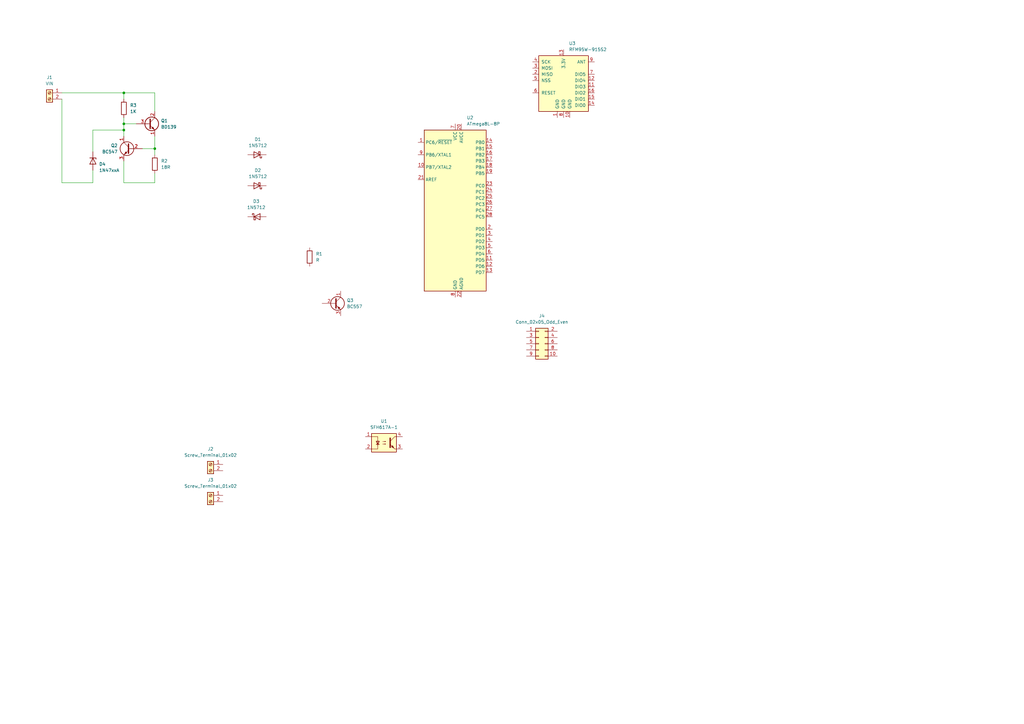
<source format=kicad_sch>
(kicad_sch (version 20231120) (generator "eeschema") (generator_version "8.0")
  (paper "A3")
  (lib_symbols
    (symbol "Connector:Screw_Terminal_01x02" (pin_names (offset 1.016) hide)
      (property "Reference" "J" (at 0 2.54 0))
      (property "Value" "Screw_Terminal_01x02" (at 0 -5.08 0))
      (symbol "Screw_Terminal_01x02_1_1"
        (rectangle (start -1.27 1.27) (end 1.27 -3.81) (stroke (width 0.254)) (fill (type background)))
        (circle (center 0 -2.54) (radius 0.635) (stroke (width 0.1524)))
        (polyline (pts (xy -0.5334 -2.2098) (xy 0.3302 -3.048)) (stroke (width 0.1524)))
        (polyline (pts (xy -0.5334 0.3302) (xy 0.3302 -0.508)) (stroke (width 0.1524)))
        (polyline (pts (xy -0.3556 -2.032) (xy 0.508 -2.8702)) (stroke (width 0.1524)))
        (polyline (pts (xy -0.3556 0.508) (xy 0.508 -0.3302)) (stroke (width 0.1524)))
        (circle (center 0 0) (radius 0.635) (stroke (width 0.1524)))
        (pin passive line (at -5.08 0 0) (length 3.81) (name "Pin_1") (number "1"))
        (pin passive line (at -5.08 -2.54 0) (length 3.81) (name "Pin_2") (number "2"))
      )
    )
    (symbol "Connector_Generic:Conn_02x05_Odd_Even" (pin_names (offset 1.016) hide)
      (property "Reference" "J" (at 1.27 7.62 0))
      (property "Value" "Conn_02x05_Odd_Even" (at 1.27 -7.62 0))
      (symbol "Conn_02x05_Odd_Even_1_1"
        (rectangle (start -1.27 -4.953) (end 0 -5.207) (stroke (width 0.1524)))
        (rectangle (start -1.27 -2.413) (end 0 -2.667) (stroke (width 0.1524)))
        (rectangle (start -1.27 0.127) (end 0 -0.127) (stroke (width 0.1524)))
        (rectangle (start -1.27 2.667) (end 0 2.413) (stroke (width 0.1524)))
        (rectangle (start -1.27 5.207) (end 0 4.953) (stroke (width 0.1524)))
        (rectangle (start -1.27 6.35) (end 3.81 -6.35) (stroke (width 0.254)) (fill (type background)))
        (rectangle (start 3.81 -4.953) (end 2.54 -5.207) (stroke (width 0.1524)))
        (rectangle (start 3.81 -2.413) (end 2.54 -2.667) (stroke (width 0.1524)))
        (rectangle (start 3.81 0.127) (end 2.54 -0.127) (stroke (width 0.1524)))
        (rectangle (start 3.81 2.667) (end 2.54 2.413) (stroke (width 0.1524)))
        (rectangle (start 3.81 5.207) (end 2.54 4.953) (stroke (width 0.1524)))
        (pin passive line (at -5.08 5.08 0) (length 3.81) (name "Pin_1") (number "1"))
        (pin passive line (at 7.62 -5.08 180) (length 3.81) (name "Pin_10") (number "10"))
        (pin passive line (at 7.62 5.08 180) (length 3.81) (name "Pin_2") (number "2"))
        (pin passive line (at -5.08 2.54 0) (length 3.81) (name "Pin_3") (number "3"))
        (pin passive line (at 7.62 2.54 180) (length 3.81) (name "Pin_4") (number "4"))
        (pin passive line (at -5.08 0 0) (length 3.81) (name "Pin_5") (number "5"))
        (pin passive line (at 7.62 0 180) (length 3.81) (name "Pin_6") (number "6"))
        (pin passive line (at -5.08 -2.54 0) (length 3.81) (name "Pin_7") (number "7"))
        (pin passive line (at 7.62 -2.54 180) (length 3.81) (name "Pin_8") (number "8"))
        (pin passive line (at -5.08 -5.08 0) (length 3.81) (name "Pin_9") (number "9"))
      )
    )
    (symbol "Device:R" (pin_numbers hide) (pin_names (offset 0))
      (property "Reference" "R" (at 2.032 0 90))
      (property "Value" "R" (at 0 0 90))
      (symbol "R_0_1"
        (rectangle (start -1.016 -2.54) (end 1.016 2.54) (stroke (width 0.254)))
      )
      (symbol "R_1_1"
        (pin passive line (at 0 3.81 270) (length 1.27) (name "~") (number "1"))
        (pin passive line (at 0 -3.81 90) (length 1.27) (name "~") (number "2"))
      )
    )
    (symbol "Diode:1N47xxA" (pin_numbers hide) (pin_names hide)
      (property "Reference" "D" (at 0 2.54 0))
      (property "Value" "1N47xxA" (at 0 -2.54 0))
      (symbol "1N47xxA_0_1"
        (polyline (pts (xy 1.27 0) (xy -1.27 0)))
        (polyline (pts (xy -1.27 -1.27) (xy -1.27 1.27) (xy -0.762 1.27)) (stroke (width 0.254)))
        (polyline (pts (xy 1.27 -1.27) (xy 1.27 1.27) (xy -1.27 0) (xy 1.27 -1.27)) (stroke (width 0.254)))
      )
      (symbol "1N47xxA_1_1"
        (pin passive line (at -3.81 0 0) (length 2.54) (name "K") (number "1"))
        (pin passive line (at 3.81 0 180) (length 2.54) (name "A") (number "2"))
      )
    )
    (symbol "Diode:1N5712" (pin_numbers hide) (pin_names (offset 1.016) hide)
      (property "Reference" "D" (at 0 2.54 0))
      (property "Value" "1N5712" (at 0 -2.54 0))
      (symbol "1N5712_0_1"
        (polyline (pts (xy 1.27 0) (xy -1.27 0)))
        (polyline (pts (xy 1.27 1.27) (xy 1.27 -1.27) (xy -1.27 0) (xy 1.27 1.27)) (stroke (width 0.254)))
        (polyline (pts (xy -1.905 0.635) (xy -1.905 1.27) (xy -1.27 1.27) (xy -1.27 -1.27) (xy -0.635 -1.27) (xy -0.635 -0.635)) (stroke (width 0.254)))
      )
      (symbol "1N5712_1_1"
        (pin passive line (at -3.81 0 0) (length 2.54) (name "K") (number "1"))
        (pin passive line (at 3.81 0 180) (length 2.54) (name "A") (number "2"))
      )
    )
    (symbol "Isolator:SFH617A-1" (pin_names (offset 1.016))
      (property "Reference" "U" (at -5.08 5.08 0))
      (property "Value" "SFH617A-1" (at 0 5.08 0))
      (symbol "SFH617A-1_0_1"
        (rectangle (start -5.08 3.81) (end 5.08 -3.81) (stroke (width 0.254)) (fill (type background)))
        (polyline (pts (xy -3.175 -0.635) (xy -1.905 -0.635)) (stroke (width 0.254)))
        (polyline (pts (xy 2.54 0.635) (xy 4.445 2.54)))
        (polyline (pts (xy 4.445 -2.54) (xy 2.54 -0.635)) (fill (type outline)))
        (polyline (pts (xy 4.445 -2.54) (xy 5.08 -2.54)))
        (polyline (pts (xy 4.445 2.54) (xy 5.08 2.54)))
        (polyline (pts (xy -2.54 -0.635) (xy -2.54 -2.54) (xy -5.08 -2.54)))
        (polyline (pts (xy 2.54 1.905) (xy 2.54 -1.905) (xy 2.54 -1.905)) (stroke (width 0.508)))
        (polyline (pts (xy -5.08 2.54) (xy -2.54 2.54) (xy -2.54 -1.27) (xy -2.54 0.635)))
        (polyline (pts (xy -2.54 -0.635) (xy -3.175 0.635) (xy -1.905 0.635) (xy -2.54 -0.635)) (stroke (width 0.254)))
        (polyline (pts (xy -0.508 -0.508) (xy 0.762 -0.508) (xy 0.381 -0.635) (xy 0.381 -0.381) (xy 0.762 -0.508)))
        (polyline (pts (xy -0.508 0.508) (xy 0.762 0.508) (xy 0.381 0.381) (xy 0.381 0.635) (xy 0.762 0.508)))
        (polyline (pts (xy 3.048 -1.651) (xy 3.556 -1.143) (xy 4.064 -2.159) (xy 3.048 -1.651) (xy 3.048 -1.651)) (fill (type outline)))
      )
      (symbol "SFH617A-1_1_1"
        (pin passive line (at -7.62 2.54 0) (length 2.54) (name "~") (number "1"))
        (pin passive line (at -7.62 -2.54 0) (length 2.54) (name "~") (number "2"))
        (pin passive line (at 7.62 -2.54 180) (length 2.54) (name "~") (number "3"))
        (pin passive line (at 7.62 2.54 180) (length 2.54) (name "~") (number "4"))
      )
    )
    (symbol "MCU_Microchip_ATmega:ATmega8L-8P"
      (property "Reference" "U" (at -12.7 34.29 0))
      (property "Value" "ATmega8L-8P" (at 5.08 -34.29 0))
      (symbol "ATmega8L-8P_0_1"
        (rectangle (start -12.7 -33.02) (end 12.7 33.02) (stroke (width 0.254)) (fill (type background)))
      )
      (symbol "ATmega8L-8P_1_1"
        (pin bidirectional line (at -15.24 27.94 0) (length 2.54) (name "PC6/~{RESET}") (number "1"))
        (pin bidirectional line (at -15.24 17.78 0) (length 2.54) (name "PB7/XTAL2") (number "10"))
        (pin bidirectional line (at 15.24 -20.32 180) (length 2.54) (name "PD5") (number "11"))
        (pin bidirectional line (at 15.24 -22.86 180) (length 2.54) (name "PD6") (number "12"))
        (pin bidirectional line (at 15.24 -25.4 180) (length 2.54) (name "PD7") (number "13"))
        (pin bidirectional line (at 15.24 27.94 180) (length 2.54) (name "PB0") (number "14"))
        (pin bidirectional line (at 15.24 25.4 180) (length 2.54) (name "PB1") (number "15"))
        (pin bidirectional line (at 15.24 22.86 180) (length 2.54) (name "PB2") (number "16"))
        (pin bidirectional line (at 15.24 20.32 180) (length 2.54) (name "PB3") (number "17"))
        (pin bidirectional line (at 15.24 17.78 180) (length 2.54) (name "PB4") (number "18"))
        (pin bidirectional line (at 15.24 15.24 180) (length 2.54) (name "PB5") (number "19"))
        (pin bidirectional line (at 15.24 -7.62 180) (length 2.54) (name "PD0") (number "2"))
        (pin power_in line (at 2.54 35.56 270) (length 2.54) (name "AVCC") (number "20"))
        (pin passive line (at -15.24 12.7 0) (length 2.54) (name "AREF") (number "21"))
        (pin power_in line (at 2.54 -35.56 90) (length 2.54) (name "AGND") (number "22"))
        (pin bidirectional line (at 15.24 10.16 180) (length 2.54) (name "PC0") (number "23"))
        (pin bidirectional line (at 15.24 7.62 180) (length 2.54) (name "PC1") (number "24"))
        (pin bidirectional line (at 15.24 5.08 180) (length 2.54) (name "PC2") (number "25"))
        (pin bidirectional line (at 15.24 2.54 180) (length 2.54) (name "PC3") (number "26"))
        (pin bidirectional line (at 15.24 0 180) (length 2.54) (name "PC4") (number "27"))
        (pin bidirectional line (at 15.24 -2.54 180) (length 2.54) (name "PC5") (number "28"))
        (pin bidirectional line (at 15.24 -10.16 180) (length 2.54) (name "PD1") (number "3"))
        (pin bidirectional line (at 15.24 -12.7 180) (length 2.54) (name "PD2") (number "4"))
        (pin bidirectional line (at 15.24 -15.24 180) (length 2.54) (name "PD3") (number "5"))
        (pin bidirectional line (at 15.24 -17.78 180) (length 2.54) (name "PD4") (number "6"))
        (pin power_in line (at 0 35.56 270) (length 2.54) (name "VCC") (number "7"))
        (pin power_in line (at 0 -35.56 90) (length 2.54) (name "GND") (number "8"))
        (pin bidirectional line (at -15.24 22.86 0) (length 2.54) (name "PB6/XTAL1") (number "9"))
      )
    )
    (symbol "RF_Module:RFM95W-915S2" (pin_names (offset 1.016))
      (property "Reference" "U" (at -10.414 11.684 0))
      (property "Value" "RFM95W-915S2" (at 1.524 11.43 0))
      (symbol "RFM95W-915S2_0_1"
        (rectangle (start -10.16 10.16) (end 10.16 -12.7) (stroke (width 0.254)) (fill (type background)))
      )
      (symbol "RFM95W-915S2_1_1"
        (pin power_in line (at -2.54 -15.24 90) (length 2.54) (name "GND") (number "1"))
        (pin power_in line (at 2.54 -15.24 90) (length 2.54) (name "GND") (number "10"))
        (pin bidirectional line (at 12.7 -2.54 180) (length 2.54) (name "DIO3") (number "11"))
        (pin bidirectional line (at 12.7 0 180) (length 2.54) (name "DIO4") (number "12"))
        (pin power_in line (at 0 12.7 270) (length 2.54) (name "3.3V") (number "13"))
        (pin bidirectional line (at 12.7 -10.16 180) (length 2.54) (name "DIO0") (number "14"))
        (pin bidirectional line (at 12.7 -7.62 180) (length 2.54) (name "DIO1") (number "15"))
        (pin bidirectional line (at 12.7 -5.08 180) (length 2.54) (name "DIO2") (number "16"))
        (pin output line (at -12.7 2.54 0) (length 2.54) (name "MISO") (number "2"))
        (pin input line (at -12.7 5.08 0) (length 2.54) (name "MOSI") (number "3"))
        (pin input line (at -12.7 7.62 0) (length 2.54) (name "SCK") (number "4"))
        (pin input line (at -12.7 0 0) (length 2.54) (name "NSS") (number "5"))
        (pin bidirectional line (at -12.7 -5.08 0) (length 2.54) (name "RESET") (number "6"))
        (pin bidirectional line (at 12.7 2.54 180) (length 2.54) (name "DIO5") (number "7"))
        (pin power_in line (at 0 -15.24 90) (length 2.54) (name "GND") (number "8"))
        (pin bidirectional line (at 12.7 7.62 180) (length 2.54) (name "ANT") (number "9"))
      )
    )
    (symbol "Transistor_BJT:BC547" (pin_names (offset 0) hide)
      (property "Reference" "Q" (at 5.08 1.905 0))
      (property "Value" "BC547" (at 5.08 0 0))
      (symbol "BC547_0_1"
        (polyline (pts (xy 0 0) (xy 0.635 0)))
        (polyline (pts (xy 0.635 0.635) (xy 2.54 2.54)))
        (polyline (pts (xy 0.635 -0.635) (xy 2.54 -2.54) (xy 2.54 -2.54)))
        (polyline (pts (xy 0.635 1.905) (xy 0.635 -1.905) (xy 0.635 -1.905)) (stroke (width 0.508)))
        (polyline (pts (xy 1.27 -1.778) (xy 1.778 -1.27) (xy 2.286 -2.286) (xy 1.27 -1.778) (xy 1.27 -1.778)) (fill (type outline)))
        (circle (center 1.27 0) (radius 2.8194) (stroke (width 0.254)))
      )
      (symbol "BC547_1_1"
        (pin passive line (at 2.54 5.08 270) (length 2.54) (name "C") (number "1"))
        (pin input line (at -5.08 0 0) (length 5.08) (name "B") (number "2"))
        (pin passive line (at 2.54 -5.08 90) (length 2.54) (name "E") (number "3"))
      )
    )
    (symbol "Transistor_BJT:BC557" (pin_names (offset 0) hide)
      (property "Reference" "Q" (at 5.08 1.905 0))
      (property "Value" "BC557" (at 5.08 0 0))
      (symbol "BC557_0_1"
        (polyline (pts (xy 0.635 0.635) (xy 2.54 2.54)))
        (polyline (pts (xy 0.635 -0.635) (xy 2.54 -2.54) (xy 2.54 -2.54)))
        (polyline (pts (xy 0.635 1.905) (xy 0.635 -1.905) (xy 0.635 -1.905)) (stroke (width 0.508)))
        (polyline (pts (xy 2.286 -1.778) (xy 1.778 -2.286) (xy 1.27 -1.27) (xy 2.286 -1.778) (xy 2.286 -1.778)) (fill (type outline)))
        (circle (center 1.27 0) (radius 2.8194) (stroke (width 0.254)))
      )
      (symbol "BC557_1_1"
        (pin passive line (at 2.54 5.08 270) (length 2.54) (name "C") (number "1"))
        (pin input line (at -5.08 0 0) (length 5.715) (name "B") (number "2"))
        (pin passive line (at 2.54 -5.08 90) (length 2.54) (name "E") (number "3"))
      )
    )
    (symbol "Transistor_BJT:BD139" (pin_names (offset 0) hide)
      (property "Reference" "Q" (at 5.08 1.905 0))
      (property "Value" "BD139" (at 5.08 0 0))
      (symbol "BD139_0_1"
        (polyline (pts (xy 0 0) (xy 0.635 0)))
        (polyline (pts (xy 2.54 -2.54) (xy 0.635 -0.635)))
        (polyline (pts (xy 2.54 2.54) (xy 0.635 0.635)))
        (polyline (pts (xy 0.635 1.905) (xy 0.635 -1.905) (xy 0.635 -1.905)) (stroke (width 0.508)) (fill (type outline)))
        (polyline (pts (xy 1.2446 -1.778) (xy 1.7526 -1.27) (xy 2.286 -2.286) (xy 1.2446 -1.778) (xy 1.2446 -1.778)) (fill (type outline)))
        (circle (center 1.27 0) (radius 2.8194) (stroke (width 0.3048)))
      )
      (symbol "BD139_1_1"
        (pin passive line (at 2.54 -5.08 90) (length 2.54) (name "E") (number "1"))
        (pin passive line (at 2.54 5.08 270) (length 2.54) (name "C") (number "2"))
        (pin input line (at -5.08 0 0) (length 5.08) (name "B") (number "3"))
      )
    )
  )
  (junction (at 50.8 50.8))
  (junction (at 50.8 53.34))
  (junction (at 63.5 60.96))
  (junction (at 50.8 38.1))
  (wire (pts (xy 63.5 45.72) (xy 63.5 38.1)))
  (wire (pts (xy 63.5 60.96) (xy 63.5 63.5)))
  (wire (pts (xy 25.4 40.64) (xy 25.4 74.93)))
  (wire (pts (xy 38.1 53.34) (xy 50.8 53.34)))
  (wire (pts (xy 63.5 71.12) (xy 63.5 74.93)))
  (wire (pts (xy 50.8 48.26) (xy 50.8 50.8)))
  (wire (pts (xy 63.5 38.1) (xy 50.8 38.1)))
  (wire (pts (xy 50.8 50.8) (xy 50.8 53.34)))
  (wire (pts (xy 38.1 62.23) (xy 38.1 53.34)))
  (wire (pts (xy 63.5 55.88) (xy 63.5 60.96)))
  (wire (pts (xy 50.8 38.1) (xy 50.8 40.64)))
  (wire (pts (xy 25.4 74.93) (xy 38.1 74.93)))
  (wire (pts (xy 63.5 74.93) (xy 50.8 74.93)))
  (wire (pts (xy 58.42 60.96) (xy 63.5 60.96)))
  (wire (pts (xy 50.8 66.04) (xy 50.8 74.93)))
  (wire (pts (xy 50.8 50.8) (xy 55.88 50.8)))
  (wire (pts (xy 38.1 74.93) (xy 38.1 69.85)))
  (wire (pts (xy 50.8 53.34) (xy 50.8 55.88)))
  (wire (pts (xy 25.4 38.1) (xy 50.8 38.1)))
  (symbol (lib_id "Transistor_BJT:BD139") (at 60.96 50.8 0) (unit 1)
    (property "Reference" "Q1" (at 66.04 49.5299 0) (effects (justify left)))
    (property "Value" "BD139" (at 66.04 52.0699 0) (effects (justify left)))
    (property "Footprint" "Package_TO_SOT_THT:TO-126-3_Vertical" (effects (hide yes)))
    (property "Datasheet" "http://www.st.com/internet/com/TECHNICAL_RESOURCES/TECHNICAL_LITERATURE/DATASHEET/CD00001225.pdf" (effects (hide yes)))
    (property "Description" "1.5A Ic, 80V Vce, Low Voltage Transistor, TO-126" (effects (hide yes)))
  )
  (symbol (lib_id "Connector:Screw_Terminal_01x02") (at 86.36 190.5 0) (mirror y) (unit 1)
    (property "Reference" "J2" (at 86.36 184.15 0))
    (property "Value" "Screw_Terminal_01x02" (at 86.36 186.69 0))
    (property "Footprint" "TerminalBlock:TerminalBlock_bornier-2_P5.08mm" (effects (hide yes)))
    (property "Description" "Generic screw terminal, single row, 01x02, script generated (kicad-library-utils/schlib/autogen/connector/)" (effects (hide yes)))
  )
  (symbol (lib_id "Connector_Generic:Conn_02x05_Odd_Even") (at 220.98 140.97 0) (unit 1)
    (property "Reference" "J4" (at 222.25 129.54 0))
    (property "Value" "Conn_02x05_Odd_Even" (at 222.25 132.08 0))
    (property "Footprint" "Connector_PinHeader_2.54mm:PinHeader_2x05_P2.54mm_Vertical" (effects (hide yes)))
    (property "Description" "Generic connector, double row, 02x05, odd/even pin numbering scheme (row 1 odd numbers, row 2 even numbers), script generated (kicad-library-utils/schlib/autogen/connector/)" (effects (hide yes)))
  )
  (symbol (lib_id "Diode:1N5712") (at 105.41 76.2 180) (unit 1)
    (property "Reference" "D2" (at 105.7275 69.85 0))
    (property "Value" "1N5712" (at 105.7275 72.39 0))
    (property "Footprint" "Diode_THT:D_DO-35_SOD27_P10.16mm_Horizontal" (effects (hide yes)))
    (property "Datasheet" "https://www.microsemi.com/document-portal/doc_download/8865-lds-0040-datasheet" (effects (hide yes)))
    (property "Description" "20V 75mA Schottky diode, DO-35" (effects (hide yes)))
  )
  (symbol (lib_id "RF_Module:RFM95W-915S2") (at 231.14 33.02 0) (unit 1)
    (property "Reference" "U3" (at 233.3341 17.78 0) (effects (justify left)))
    (property "Value" "RFM95W-915S2" (at 233.3341 20.32 0) (effects (justify left)))
    (property "Footprint" "RF_Module:HOPERF_RFM9XW_SMD" (effects (hide yes)))
    (property "Datasheet" "https://www.hoperf.com/data/upload/portal/20181127/5bfcbea20e9ef.pdf" (effects (hide yes)))
    (property "Description" "Low power long range transceiver module, SPI and parallel interface, 915 MHz, spreading factor 6 to12, bandwidth 7.8 to 500kHz, -111 to -148 dBm, SMD-16, DIP-16" (effects (hide yes)))
  )
  (symbol (lib_id "MCU_Microchip_ATmega:ATmega8L-8P") (at 186.69 86.36 0) (unit 1)
    (property "Reference" "U2" (at 191.4241 48.26 0) (effects (justify left)))
    (property "Value" "ATmega8L-8P" (at 191.4241 50.8 0) (effects (justify left)))
    (property "Footprint" "Package_DIP:DIP-28_W7.62mm" (effects (hide yes)))
    (property "Datasheet" "http://ww1.microchip.com/downloads/en/DeviceDoc/atmel-2486-8-bit-avr-microcontroller-atmega8_l_datasheet.pdf" (effects (hide yes)))
    (property "Description" "8MHz, 8kB Flash, 1kB SRAM, 512B EEPROM, DIP-28" (effects (hide yes)))
  )
  (symbol (lib_id "Device:R") (at 63.5 67.31 0) (unit 1)
    (property "Reference" "R2" (at 66.04 66.0399 0) (effects (justify left)))
    (property "Value" "18R" (at 66.04 68.5799 0) (effects (justify left)))
    (property "Footprint" "Resistor_THT:R_Axial_DIN0207_L6.3mm_D2.5mm_P10.16mm_Horizontal" (effects (hide yes)))
    (property "Description" "Resistor" (effects (hide yes)))
  )
  (symbol (lib_id "Diode:1N5712") (at 105.41 63.5 180) (unit 1)
    (property "Reference" "D1" (at 105.7275 57.15 0))
    (property "Value" "1N5712" (at 105.7275 59.69 0))
    (property "Footprint" "Diode_THT:D_DO-35_SOD27_P10.16mm_Horizontal" (effects (hide yes)))
    (property "Datasheet" "https://www.microsemi.com/document-portal/doc_download/8865-lds-0040-datasheet" (effects (hide yes)))
    (property "Description" "20V 75mA Schottky diode, DO-35" (effects (hide yes)))
  )
  (symbol (lib_id "Transistor_BJT:BC557") (at 137.16 124.46 0) (unit 1)
    (property "Reference" "Q3" (at 142.24 123.1899 0) (effects (justify left)))
    (property "Value" "BC557" (at 142.24 125.7299 0) (effects (justify left)))
    (property "Footprint" "Package_TO_SOT_THT:TO-92_Inline" (effects (hide yes)))
    (property "Datasheet" "https://www.onsemi.com/pub/Collateral/BC556BTA-D.pdf" (effects (hide yes)))
    (property "Description" "0.1A Ic, 45V Vce, PNP Small Signal Transistor, TO-92" (effects (hide yes)))
  )
  (symbol (lib_id "Diode:1N5712") (at 105.41 88.9 0) (unit 1)
    (property "Reference" "D3" (at 105.0925 82.55 0))
    (property "Value" "1N5712" (at 105.0925 85.09 0))
    (property "Footprint" "Diode_THT:D_DO-35_SOD27_P10.16mm_Horizontal" (effects (hide yes)))
    (property "Datasheet" "https://www.microsemi.com/document-portal/doc_download/8865-lds-0040-datasheet" (effects (hide yes)))
    (property "Description" "20V 75mA Schottky diode, DO-35" (effects (hide yes)))
  )
  (symbol (lib_id "Connector:Screw_Terminal_01x02") (at 20.32 38.1 0) (mirror y) (unit 1)
    (property "Reference" "J1" (at 20.32 31.75 0))
    (property "Value" "VIN" (at 20.32 34.29 0))
    (property "Footprint" "TerminalBlock:TerminalBlock_bornier-2_P5.08mm" (effects (hide yes)))
    (property "Description" "Generic screw terminal, single row, 01x02, script generated (kicad-library-utils/schlib/autogen/connector/)" (effects (hide yes)))
  )
  (symbol (lib_id "Transistor_BJT:BC547") (at 53.34 60.96 0) (mirror y) (unit 1)
    (property "Reference" "Q2" (at 48.26 59.6899 0) (effects (justify left)))
    (property "Value" "BC547" (at 48.26 62.2299 0) (effects (justify left)))
    (property "Footprint" "Package_TO_SOT_THT:TO-92_Inline" (effects (hide yes)))
    (property "Datasheet" "https://www.onsemi.com/pub/Collateral/BC550-D.pdf" (effects (hide yes)))
    (property "Description" "0.1A Ic, 45V Vce, Small Signal NPN Transistor, TO-92" (effects (hide yes)))
  )
  (symbol (lib_id "Device:R") (at 127 105.41 0) (unit 1)
    (property "Reference" "R1" (at 129.54 104.1399 0) (effects (justify left)))
    (property "Value" "R" (at 129.54 106.6799 0) (effects (justify left)))
    (property "Footprint" "Resistor_THT:R_Axial_DIN0207_L6.3mm_D2.5mm_P10.16mm_Horizontal" (effects (hide yes)))
    (property "Description" "Resistor" (effects (hide yes)))
  )
  (symbol (lib_id "Diode:1N47xxA") (at 38.1 66.04 270) (unit 1)
    (property "Reference" "D4" (at 40.64 67.3099 90) (effects (justify left)))
    (property "Value" "1N47xxA" (at 40.64 69.8499 90) (effects (justify left)))
    (property "Footprint" "Diode_THT:D_DO-41_SOD81_P10.16mm_Horizontal" (effects (hide yes)))
    (property "Datasheet" "https://www.vishay.com/docs/85816/1n4728a.pdf" (effects (hide yes)))
    (property "Description" "1300mW Silicon planar power Zener diodes, DO-41" (effects (hide yes)))
  )
  (symbol (lib_id "Device:R") (at 50.8 44.45 0) (unit 1)
    (property "Reference" "R3" (at 53.34 43.1799 0) (effects (justify left)))
    (property "Value" "1K" (at 53.34 45.7199 0) (effects (justify left)))
    (property "Footprint" "Resistor_THT:R_Axial_DIN0207_L6.3mm_D2.5mm_P10.16mm_Horizontal" (effects (hide yes)))
    (property "Description" "Resistor" (effects (hide yes)))
  )
  (symbol (lib_id "Connector:Screw_Terminal_01x02") (at 86.36 203.2 0) (mirror y) (unit 1)
    (property "Reference" "J3" (at 86.36 196.85 0))
    (property "Value" "Screw_Terminal_01x02" (at 86.36 199.39 0))
    (property "Footprint" "TerminalBlock:TerminalBlock_bornier-2_P5.08mm" (effects (hide yes)))
    (property "Description" "Generic screw terminal, single row, 01x02, script generated (kicad-library-utils/schlib/autogen/connector/)" (effects (hide yes)))
  )
  (symbol (lib_id "Isolator:SFH617A-1") (at 157.48 181.61 0) (unit 1)
    (property "Reference" "U1" (at 157.48 172.72 0))
    (property "Value" "SFH617A-1" (at 157.48 175.26 0))
    (property "Footprint" "Package_DIP:DIP-4_W7.62mm" (effects (hide yes)))
    (property "Datasheet" "http://www.vishay.com/docs/83740/sfh617a.pdf" (effects (hide yes)))
    (property "Description" "Optocoupler, Phototransistor Output, 5300 VRMS, VCEO 70V, CTR% 40-80, -55 to +110 degree Celsius, UL, BSI, FIMKO, cUL, THT PDIP-4" (effects (hide yes)))
  )
)
</source>
